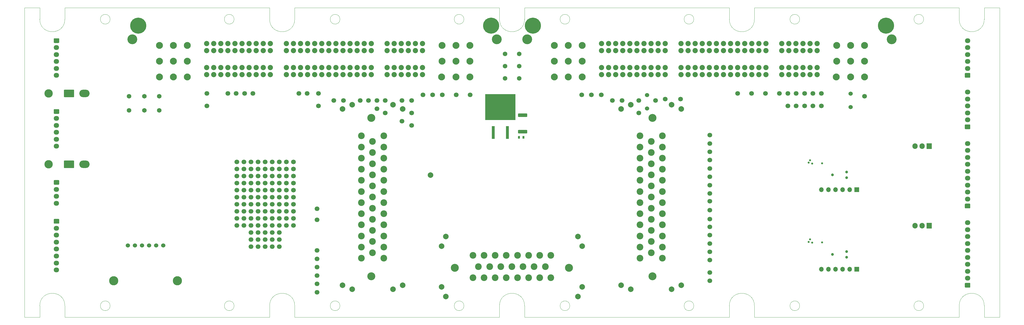
<source format=gbs>
G75*
G70*
%OFA0B0*%
%FSLAX25Y25*%
%IPPOS*%
%LPD*%
%AMOC8*
5,1,8,0,0,1.08239X$1,22.5*
%
%ADD15C,0.06693*%
%ADD16C,0.07874*%
%ADD18R,0.06693X0.06693*%
%ADD21R,0.04331X0.18110*%
%ADD27C,0.11811*%
%ADD29C,0.02913*%
%ADD34R,0.07500X0.07874*%
%ADD40C,0.02362*%
%ADD41C,0.06496*%
%ADD45C,0.09744*%
%ADD56O,0.07500X0.07874*%
%ADD58C,0.13000*%
%ADD59O,0.07677X0.06693*%
%ADD61C,0.13878*%
%ADD68O,0.14567X0.10630*%
%ADD71C,0.09449*%
%ADD79C,0.06000*%
%ADD84R,0.42520X0.37008*%
%ADD85C,0.22736*%
%ADD87C,0.00197*%
%ADD89O,0.06693X0.06693*%
%ADD90C,0.07382*%
%ADD93C,0.11220*%
%ADD97C,0.03900*%
X0000000Y0000000D02*
%LPD*%
G01*
D87*
X0671260Y0016142D02*
X0671260Y0000000D01*
X0021654Y0422047D02*
X0021654Y0438189D01*
X1356299Y0000000D02*
X1377953Y0000000D01*
X0346457Y0016142D02*
X0346457Y0000000D01*
X1095472Y0016142D02*
G75*
G03*
X1095472Y0016142I-006890J0000000D01*
G01*
X0021654Y0000000D02*
X0000000Y0000000D01*
X0346457Y0422047D02*
X0346457Y0438189D01*
X0770669Y0016142D02*
G75*
G03*
X0770669Y0016142I-006890J0000000D01*
G01*
X0671260Y0438189D02*
X0381890Y0438189D01*
X1320866Y0438189D02*
X1031496Y0438189D01*
X1031496Y0016142D02*
X1031496Y0000000D01*
X0381890Y0000000D02*
X0671260Y0000000D01*
X1320866Y0016142D02*
G75*
G02*
X1356299Y0016142I0017717J0000000D01*
G01*
X0996063Y0438189D02*
X0706693Y0438189D01*
X0621063Y0422047D02*
G75*
G03*
X0621063Y0422047I-006890J0000000D01*
G01*
X1356299Y0438189D02*
X1377953Y0438189D01*
X0121063Y0016142D02*
G75*
G03*
X0121063Y0016142I-006890J0000000D01*
G01*
X0706693Y0422047D02*
X0706693Y0438189D01*
X0381890Y0422047D02*
X0381890Y0438189D01*
X1377953Y0000000D02*
X1377953Y0438189D01*
X1356299Y0422047D02*
X1356299Y0438189D01*
X0021654Y0438189D02*
X0000000Y0438189D01*
X1320866Y0016142D02*
X1320866Y0000000D01*
X0996063Y0016142D02*
G75*
G02*
X1031496Y0016142I0017717J0000000D01*
G01*
X0296260Y0422047D02*
G75*
G03*
X0296260Y0422047I-006890J0000000D01*
G01*
X0057087Y0000000D02*
X0346457Y0000000D01*
X0021654Y0016142D02*
X0021654Y0000000D01*
X0445866Y0016142D02*
G75*
G03*
X0445866Y0016142I-006890J0000000D01*
G01*
X0996063Y0422047D02*
G75*
G03*
X1031496Y0422047I0017717J0000000D01*
G01*
X0671260Y0422047D02*
G75*
G03*
X0706693Y0422047I0017717J0000000D01*
G01*
X0057087Y0016142D02*
G75*
G03*
X0021654Y0016142I-017717J0000000D01*
G01*
X0945866Y0422047D02*
G75*
G03*
X0945866Y0422047I-006890J0000000D01*
G01*
X1031496Y0000000D02*
X1320866Y0000000D01*
X1320866Y0422047D02*
X1320866Y0438189D01*
X0671260Y0422047D02*
X0671260Y0438189D01*
X0381890Y0016142D02*
X0381890Y0000000D01*
X0346457Y0438189D02*
X0057087Y0438189D01*
X1031496Y0422047D02*
X1031496Y0438189D01*
X0000000Y0438189D02*
X0000000Y0000000D01*
X1270669Y0016142D02*
G75*
G03*
X1270669Y0016142I-006890J0000000D01*
G01*
X1356299Y0016142D02*
X1356299Y0000000D01*
X0706693Y0016142D02*
X0706693Y0000000D01*
X0381890Y0422047D02*
G75*
G02*
X0346457Y0422047I-017717J0000000D01*
G01*
X0121063Y0422047D02*
G75*
G03*
X0121063Y0422047I-006890J0000000D01*
G01*
X0445866Y0422047D02*
G75*
G03*
X0445866Y0422047I-006890J0000000D01*
G01*
X0996063Y0016142D02*
X0996063Y0000000D01*
X1270669Y0422047D02*
G75*
G03*
X1270669Y0422047I-006890J0000000D01*
G01*
X1320866Y0422047D02*
G75*
G03*
X1356299Y0422047I0017717J0000000D01*
G01*
X0057087Y0422047D02*
G75*
G02*
X0021654Y0422047I-017717J0000000D01*
G01*
X0770669Y0422047D02*
G75*
G03*
X0770669Y0422047I-006890J0000000D01*
G01*
X0706693Y0016142D02*
G75*
G03*
X0671260Y0016142I-017717J0000000D01*
G01*
X0996063Y0422047D02*
X0996063Y0438189D01*
X0057087Y0422047D02*
X0057087Y0438189D01*
X0296260Y0016142D02*
G75*
G03*
X0296260Y0016142I-006890J0000000D01*
G01*
X1095472Y0422047D02*
G75*
G03*
X1095472Y0422047I-006890J0000000D01*
G01*
X0706693Y0000000D02*
X0996063Y0000000D01*
X0621063Y0016142D02*
G75*
G03*
X0621063Y0016142I-006890J0000000D01*
G01*
X0381890Y0016142D02*
G75*
G03*
X0346457Y0016142I-017717J0000000D01*
G01*
X0057087Y0016142D02*
X0057087Y0000000D01*
X0945866Y0016142D02*
G75*
G03*
X0945866Y0016142I-006890J0000000D01*
G01*
D16*
X0573622Y0201181D03*
D15*
X0927165Y0309055D03*
D27*
X0034252Y0316929D03*
G36*
G01*
X0069291Y0311614D02*
X0056693Y0311614D01*
G75*
G02*
X0055709Y0312598I0000000J0000984D01*
G01*
X0055709Y0321260D01*
G75*
G02*
X0056693Y0322244I0000984J0000000D01*
G01*
X0069291Y0322244D01*
G75*
G02*
X0070276Y0321260I0000000J-000984D01*
G01*
X0070276Y0312598D01*
G75*
G02*
X0069291Y0311614I-000984J0000000D01*
G01*
G37*
D68*
X0084646Y0316929D03*
D15*
X0968504Y0092520D03*
X0547244Y0307087D03*
X0968504Y0222441D03*
X0968504Y0257874D03*
G36*
G01*
X1335531Y0266339D02*
X1329823Y0266339D01*
G75*
G02*
X1328839Y0267323I0000000J0000984D01*
G01*
X1328839Y0272047D01*
G75*
G02*
X1329823Y0273031I0000984J0000000D01*
G01*
X1335531Y0273031D01*
G75*
G02*
X1336516Y0272047I0000000J-000984D01*
G01*
X1336516Y0267323D01*
G75*
G02*
X1335531Y0266339I-000984J0000000D01*
G01*
G37*
D59*
X1332677Y0279528D03*
X1332677Y0289370D03*
X1332677Y0299213D03*
X1332677Y0309055D03*
X1332677Y0318898D03*
D18*
X1175984Y0180610D03*
D89*
X1165984Y0180610D03*
X1155984Y0180610D03*
X1145984Y0180610D03*
X1135984Y0180610D03*
X1125984Y0180610D03*
G36*
G01*
X0042421Y0194291D02*
X0048130Y0194291D01*
G75*
G02*
X0049114Y0193307I0000000J-000984D01*
G01*
X0049114Y0188583D01*
G75*
G02*
X0048130Y0187598I-000984J0000000D01*
G01*
X0042421Y0187598D01*
G75*
G02*
X0041437Y0188583I0000000J0000984D01*
G01*
X0041437Y0193307D01*
G75*
G02*
X0042421Y0194291I0000984J0000000D01*
G01*
G37*
D59*
X0045276Y0181102D03*
X0045276Y0171260D03*
X0045276Y0161417D03*
D15*
X0509843Y0307087D03*
X1090551Y0316929D03*
X0387795Y0316929D03*
G36*
G01*
X0042421Y0395079D02*
X0048130Y0395079D01*
G75*
G02*
X0049114Y0394094I0000000J-000984D01*
G01*
X0049114Y0389370D01*
G75*
G02*
X0048130Y0388386I-000984J0000000D01*
G01*
X0042421Y0388386D01*
G75*
G02*
X0041437Y0389370I0000000J0000984D01*
G01*
X0041437Y0394094D01*
G75*
G02*
X0042421Y0395079I0000984J0000000D01*
G01*
G37*
D59*
X0045276Y0381890D03*
X0045276Y0372047D03*
X0045276Y0362205D03*
X0045276Y0352362D03*
X0045276Y0342520D03*
D15*
X0905512Y0309055D03*
X0360000Y0180000D03*
X0360000Y0190000D03*
X0360000Y0200000D03*
X0360000Y0210000D03*
X0360000Y0220000D03*
X0370000Y0180000D03*
X0370000Y0190000D03*
X0370000Y0200000D03*
X0370000Y0210000D03*
X0370000Y0220000D03*
X0380000Y0180000D03*
X0380000Y0190000D03*
X0380000Y0200000D03*
X0380000Y0210000D03*
X0380000Y0220000D03*
X0330000Y0180000D03*
X0330000Y0190000D03*
X0330000Y0200000D03*
X0330000Y0210000D03*
X0330000Y0220000D03*
X0340000Y0180000D03*
X0340000Y0190000D03*
X0340000Y0200000D03*
X0340000Y0210000D03*
X0340000Y0220000D03*
X0350000Y0180000D03*
X0350000Y0190000D03*
X0350000Y0200000D03*
X0350000Y0210000D03*
X0350000Y0220000D03*
X0968504Y0175197D03*
X1102362Y0299213D03*
G36*
G01*
X0042421Y0139173D02*
X0048130Y0139173D01*
G75*
G02*
X0049114Y0138189I0000000J-000984D01*
G01*
X0049114Y0133465D01*
G75*
G02*
X0048130Y0132480I-000984J0000000D01*
G01*
X0042421Y0132480D01*
G75*
G02*
X0041437Y0133465I0000000J0000984D01*
G01*
X0041437Y0138189D01*
G75*
G02*
X0042421Y0139173I0000984J0000000D01*
G01*
G37*
D59*
X0045276Y0125984D03*
X0045276Y0116142D03*
X0045276Y0106299D03*
X0045276Y0096457D03*
X0045276Y0086614D03*
X0045276Y0076772D03*
X0045276Y0066929D03*
D40*
X1108097Y0218947D03*
X1110164Y0222392D03*
X1113117Y0217766D03*
X1127093Y0218061D03*
D15*
X0968504Y0116142D03*
X0399606Y0316929D03*
D41*
X0169291Y0312992D03*
X0169291Y0292992D03*
D15*
X0868110Y0289370D03*
X0486220Y0307087D03*
X0576772Y0314961D03*
X0360000Y0130000D03*
X0360000Y0140000D03*
X0360000Y0150000D03*
X0360000Y0160000D03*
X0360000Y0170000D03*
X0370000Y0130000D03*
X0370000Y0140000D03*
X0370000Y0150000D03*
X0370000Y0160000D03*
X0370000Y0170000D03*
X0380000Y0130000D03*
X0380000Y0140000D03*
X0380000Y0150000D03*
X0380000Y0160000D03*
X0380000Y0170000D03*
X0322835Y0316929D03*
X0300000Y0180000D03*
X0300000Y0190000D03*
X0300000Y0200000D03*
X0300000Y0210000D03*
X0300000Y0220000D03*
X0310000Y0180000D03*
X0310000Y0190000D03*
X0310000Y0200000D03*
X0310000Y0210000D03*
X0310000Y0220000D03*
X0320000Y0180000D03*
X0320000Y0190000D03*
X0320000Y0200000D03*
X0320000Y0210000D03*
X0320000Y0220000D03*
X0413386Y0094488D03*
X0801181Y0314961D03*
X0415354Y0316929D03*
X0413386Y0059055D03*
X0968504Y0246063D03*
X0498031Y0307087D03*
X0868110Y0307087D03*
X0968504Y0187008D03*
X0474409Y0307087D03*
X0968504Y0164173D03*
X1125984Y0299213D03*
X0547244Y0271654D03*
X0844488Y0307087D03*
X0610236Y0314961D03*
D41*
X0190551Y0312992D03*
X0190551Y0292992D03*
G36*
G01*
X1335531Y0041929D02*
X1329823Y0041929D01*
G75*
G02*
X1328839Y0042913I0000000J0000984D01*
G01*
X1328839Y0047638D01*
G75*
G02*
X1329823Y0048622I0000984J0000000D01*
G01*
X1335531Y0048622D01*
G75*
G02*
X1336516Y0047638I0000000J-000984D01*
G01*
X1336516Y0042913D01*
G75*
G02*
X1335531Y0041929I-000984J0000000D01*
G01*
G37*
D59*
X1332677Y0055118D03*
X1332677Y0064961D03*
X1332677Y0074803D03*
X1332677Y0084646D03*
X1332677Y0094488D03*
X1332677Y0104331D03*
X1332677Y0114173D03*
X1332677Y0124016D03*
X1332677Y0133858D03*
D15*
X0968504Y0234252D03*
X0968504Y0051575D03*
X1047244Y0316929D03*
D41*
X0698976Y0372835D03*
X0678976Y0372835D03*
D15*
X0968504Y0127953D03*
D45*
X0629331Y0385098D03*
X0609646Y0385098D03*
X0589961Y0385098D03*
X0629331Y0362657D03*
X0609646Y0362657D03*
X0589961Y0362657D03*
X0629331Y0340217D03*
X0609646Y0340217D03*
X0589331Y0340217D03*
D90*
X0562402Y0387461D03*
X0552402Y0387461D03*
X0542402Y0387461D03*
X0532402Y0387461D03*
X0522402Y0387461D03*
X0512402Y0387461D03*
X0562402Y0377461D03*
X0552402Y0377461D03*
X0542402Y0377461D03*
X0532402Y0377461D03*
X0522402Y0377461D03*
X0512402Y0377461D03*
X0562402Y0353642D03*
X0552402Y0353642D03*
X0542402Y0353642D03*
X0532402Y0353642D03*
X0522402Y0353642D03*
X0512402Y0353642D03*
X0562402Y0343642D03*
X0552402Y0343642D03*
X0542402Y0343642D03*
X0532402Y0343642D03*
X0522402Y0343642D03*
X0512402Y0343642D03*
X0489961Y0387461D03*
X0479961Y0387461D03*
X0469961Y0387461D03*
X0459961Y0387461D03*
X0449961Y0387461D03*
X0439961Y0387461D03*
X0429961Y0387461D03*
X0419961Y0387461D03*
X0409961Y0387461D03*
X0399961Y0387461D03*
X0389961Y0387461D03*
X0379961Y0387461D03*
X0369961Y0387461D03*
X0489961Y0377461D03*
X0479961Y0377461D03*
X0469961Y0377461D03*
X0459961Y0377461D03*
X0449961Y0377461D03*
X0439961Y0377461D03*
X0429961Y0377461D03*
X0419961Y0377461D03*
X0409961Y0377461D03*
X0399961Y0377461D03*
X0389961Y0377461D03*
X0379961Y0377461D03*
X0369961Y0377461D03*
X0489961Y0353642D03*
X0479961Y0353642D03*
X0469961Y0353642D03*
X0459961Y0353642D03*
X0449961Y0353642D03*
X0439961Y0353642D03*
X0429961Y0353642D03*
X0419961Y0353642D03*
X0409961Y0353642D03*
X0399961Y0353642D03*
X0389961Y0353642D03*
X0379961Y0353642D03*
X0369961Y0353642D03*
X0489961Y0343642D03*
X0479961Y0343642D03*
X0469961Y0343642D03*
X0459961Y0343642D03*
X0449961Y0343642D03*
X0439961Y0343642D03*
X0429961Y0343642D03*
X0419961Y0343642D03*
X0409961Y0343642D03*
X0399961Y0343642D03*
X0389961Y0343642D03*
X0379961Y0343642D03*
X0369961Y0343642D03*
X0347441Y0387461D03*
X0337441Y0387461D03*
X0327441Y0387461D03*
X0317441Y0387461D03*
X0307441Y0387461D03*
X0297441Y0387461D03*
X0287441Y0387461D03*
X0277441Y0387461D03*
X0267441Y0387461D03*
X0257441Y0387461D03*
X0347441Y0377461D03*
X0337441Y0377461D03*
X0327441Y0377461D03*
X0317441Y0377461D03*
X0307441Y0377461D03*
X0297441Y0377461D03*
X0287441Y0377461D03*
X0277441Y0377461D03*
X0267441Y0377461D03*
X0257441Y0377461D03*
X0347441Y0353642D03*
X0337441Y0353642D03*
X0327441Y0353642D03*
X0317441Y0353642D03*
X0307441Y0353642D03*
X0297441Y0353642D03*
X0287441Y0353642D03*
X0277441Y0353642D03*
X0267441Y0353642D03*
X0257441Y0353642D03*
X0347441Y0343642D03*
X0337441Y0343642D03*
X0327441Y0343642D03*
X0317441Y0343642D03*
X0307441Y0343642D03*
X0297441Y0343642D03*
X0287441Y0343642D03*
X0277441Y0343642D03*
X0267441Y0343642D03*
X0257441Y0343642D03*
D45*
X0230118Y0385098D03*
X0210433Y0385098D03*
X0190748Y0385098D03*
X0230118Y0362657D03*
X0210433Y0362657D03*
X0190748Y0362657D03*
X0230118Y0340217D03*
X0210433Y0340217D03*
X0190748Y0340217D03*
D61*
X0667520Y0393760D03*
X0152559Y0393760D03*
D85*
X0659449Y0413051D03*
X0160630Y0413051D03*
D15*
X0968504Y0104331D03*
X0415354Y0299213D03*
D18*
X1175984Y0067913D03*
D89*
X1165984Y0067913D03*
X1155984Y0067913D03*
X1145984Y0067913D03*
X1135984Y0067913D03*
X1125984Y0067913D03*
D15*
X0413386Y0070866D03*
X1125984Y0316929D03*
D41*
X0147638Y0312992D03*
X0147638Y0292992D03*
D15*
X1027559Y0316929D03*
X0968504Y0063386D03*
X1066929Y0316929D03*
X0450787Y0307087D03*
D40*
X1108097Y0106742D03*
X1110164Y0110187D03*
X1113117Y0105561D03*
X1127093Y0105856D03*
D27*
X0034252Y0216535D03*
G36*
G01*
X0069291Y0211220D02*
X0056693Y0211220D01*
G75*
G02*
X0055709Y0212205I0000000J0000984D01*
G01*
X0055709Y0220866D01*
G75*
G02*
X0056693Y0221850I0000984J0000000D01*
G01*
X0069291Y0221850D01*
G75*
G02*
X0070276Y0220866I0000000J-000984D01*
G01*
X0070276Y0212205D01*
G75*
G02*
X0069291Y0211220I-000984J0000000D01*
G01*
G37*
D68*
X0084646Y0216535D03*
D15*
X0498031Y0295276D03*
X0509843Y0289370D03*
X1114173Y0316929D03*
X0547244Y0289370D03*
D79*
X0879921Y0314764D03*
X0879921Y0295472D03*
D15*
X0299213Y0316929D03*
X0413386Y0035433D03*
G36*
G01*
X1335531Y0339173D02*
X1329823Y0339173D01*
G75*
G02*
X1328839Y0340157I0000000J0000984D01*
G01*
X1328839Y0344882D01*
G75*
G02*
X1329823Y0345866I0000984J0000000D01*
G01*
X1335531Y0345866D01*
G75*
G02*
X1336516Y0344882I0000000J-000984D01*
G01*
X1336516Y0340157D01*
G75*
G02*
X1335531Y0339173I-000984J0000000D01*
G01*
G37*
D59*
X1332677Y0352362D03*
X1332677Y0362205D03*
X1332677Y0372047D03*
X1332677Y0381890D03*
X1332677Y0391732D03*
D15*
X0437008Y0307087D03*
X0787402Y0314961D03*
D93*
X0489961Y0282382D03*
D16*
X0843110Y0045374D03*
X0782087Y0114272D03*
X0595472Y0029232D03*
D93*
X0769488Y0069783D03*
D16*
X0782087Y0029232D03*
X0589567Y0100492D03*
X0928150Y0045374D03*
D93*
X0887598Y0057972D03*
D16*
X0534449Y0294980D03*
X0520669Y0039469D03*
X0463189Y0039469D03*
X0856890Y0300886D03*
D93*
X0489961Y0057972D03*
D16*
X0595472Y0114272D03*
D93*
X0608071Y0069783D03*
D16*
X0589567Y0043012D03*
X0914370Y0039469D03*
X0787992Y0043012D03*
X0534449Y0045374D03*
X0520669Y0300886D03*
X0463189Y0300886D03*
X0449409Y0045374D03*
X0449409Y0294980D03*
D93*
X0887598Y0282382D03*
D16*
X0914370Y0300886D03*
X0843110Y0294980D03*
X0928150Y0294980D03*
X0856890Y0039469D03*
X0787992Y0100492D03*
D71*
X0901378Y0083563D03*
X0901378Y0099311D03*
X0901378Y0115059D03*
X0901378Y0130807D03*
X0901378Y0146555D03*
X0901378Y0162303D03*
X0901378Y0178051D03*
X0901378Y0193799D03*
X0901378Y0209547D03*
X0901378Y0225295D03*
X0901378Y0241043D03*
X0901378Y0256791D03*
X0885630Y0091437D03*
X0885630Y0107185D03*
X0885630Y0122933D03*
X0885630Y0138681D03*
X0885630Y0154429D03*
X0885630Y0170177D03*
X0885630Y0185925D03*
X0885630Y0201673D03*
X0885630Y0217421D03*
X0885630Y0233169D03*
X0885630Y0248917D03*
X0869882Y0083563D03*
X0869882Y0099311D03*
X0869882Y0115059D03*
X0869882Y0130807D03*
X0869882Y0146555D03*
X0869882Y0162303D03*
X0869882Y0178051D03*
X0869882Y0193799D03*
X0869882Y0209547D03*
X0869882Y0225295D03*
X0869882Y0241043D03*
X0869882Y0256791D03*
X0633661Y0056004D03*
X0649409Y0056004D03*
X0665157Y0056004D03*
X0680906Y0056004D03*
X0696654Y0056004D03*
X0712402Y0056004D03*
X0728150Y0056004D03*
X0743898Y0056004D03*
X0641535Y0071752D03*
X0657283Y0071752D03*
X0673032Y0071752D03*
X0688780Y0071752D03*
X0704528Y0071752D03*
X0720276Y0071752D03*
X0736024Y0071752D03*
X0633661Y0087500D03*
X0649409Y0087500D03*
X0665157Y0087500D03*
X0680906Y0087500D03*
X0696654Y0087500D03*
X0712402Y0087500D03*
X0728150Y0087500D03*
X0743898Y0087500D03*
X0476181Y0256791D03*
X0476181Y0241043D03*
X0476181Y0225295D03*
X0476181Y0209547D03*
X0476181Y0193799D03*
X0476181Y0178051D03*
X0476181Y0162303D03*
X0476181Y0146555D03*
X0476181Y0130807D03*
X0476181Y0115059D03*
X0476181Y0099311D03*
X0476181Y0083563D03*
X0491929Y0248917D03*
X0491929Y0233169D03*
X0491929Y0217421D03*
X0491929Y0201673D03*
X0491929Y0185925D03*
X0491929Y0170177D03*
X0491929Y0154429D03*
X0491929Y0138681D03*
X0491929Y0122933D03*
X0491929Y0107185D03*
X0491929Y0091437D03*
X0507677Y0256791D03*
X0507677Y0241043D03*
X0507677Y0225295D03*
X0507677Y0209547D03*
X0507677Y0193799D03*
X0507677Y0178051D03*
X0507677Y0162303D03*
X0507677Y0146555D03*
X0507677Y0130807D03*
X0507677Y0115059D03*
X0507677Y0099311D03*
X0507677Y0083563D03*
D15*
X0533465Y0307087D03*
X0360000Y0100000D03*
X0350000Y0100000D03*
X0340000Y0100000D03*
X0330000Y0100000D03*
X0320000Y0100000D03*
X0360000Y0110000D03*
X0350000Y0110000D03*
X0340000Y0110000D03*
X0330000Y0110000D03*
X0320000Y0110000D03*
X0360000Y0120000D03*
X0350000Y0120000D03*
X0340000Y0120000D03*
X0330000Y0120000D03*
X0320000Y0120000D03*
G36*
G01*
X0042421Y0294685D02*
X0048130Y0294685D01*
G75*
G02*
X0049114Y0293701I0000000J-000984D01*
G01*
X0049114Y0288976D01*
G75*
G02*
X0048130Y0287992I-000984J0000000D01*
G01*
X0042421Y0287992D01*
G75*
G02*
X0041437Y0288976I0000000J0000984D01*
G01*
X0041437Y0293701D01*
G75*
G02*
X0042421Y0294685I0000984J0000000D01*
G01*
G37*
D59*
X0045276Y0281496D03*
X0045276Y0271654D03*
X0045276Y0261811D03*
X0045276Y0251969D03*
X0045276Y0242126D03*
G36*
G01*
X1335531Y0154134D02*
X1329823Y0154134D01*
G75*
G02*
X1328839Y0155118I0000000J0000984D01*
G01*
X1328839Y0159843D01*
G75*
G02*
X1329823Y0160827I0000984J0000000D01*
G01*
X1335531Y0160827D01*
G75*
G02*
X1336516Y0159843I0000000J-000984D01*
G01*
X1336516Y0155118D01*
G75*
G02*
X1335531Y0154134I-000984J0000000D01*
G01*
G37*
X1332677Y0167323D03*
X1332677Y0177165D03*
X1332677Y0187008D03*
X1332677Y0196850D03*
X1332677Y0206693D03*
X1332677Y0216535D03*
X1332677Y0226378D03*
X1332677Y0236220D03*
X1332677Y0246063D03*
D79*
X1167323Y0316732D03*
X1167323Y0297441D03*
D15*
X0413386Y0153543D03*
X0891732Y0307087D03*
X0413386Y0137795D03*
X1007874Y0316929D03*
X0968504Y0138976D03*
X1078740Y0299213D03*
D41*
X0698976Y0338189D03*
X0678976Y0338189D03*
D15*
X0257874Y0316929D03*
X0413386Y0082677D03*
D41*
X0698976Y0355512D03*
X0678976Y0355512D03*
D15*
X0300000Y0130000D03*
X0300000Y0140000D03*
X0300000Y0150000D03*
X0300000Y0160000D03*
X0300000Y0170000D03*
X0310000Y0130000D03*
X0310000Y0140000D03*
X0310000Y0150000D03*
X0310000Y0160000D03*
X0310000Y0170000D03*
X0320000Y0130000D03*
X0320000Y0140000D03*
X0320000Y0150000D03*
X0320000Y0160000D03*
X0320000Y0170000D03*
X1078740Y0316929D03*
X1102362Y0316929D03*
X0968504Y0081102D03*
X0968504Y0151575D03*
D58*
X0126260Y0051577D03*
X0216260Y0051577D03*
D79*
X0196260Y0101577D03*
X0186260Y0101577D03*
X0176260Y0101577D03*
X0166260Y0101577D03*
X0156260Y0101577D03*
X0146260Y0101577D03*
D15*
X0968504Y0210630D03*
D45*
X1187205Y0385098D03*
X1167520Y0385098D03*
X1147835Y0385098D03*
X1187205Y0362657D03*
X1167520Y0362657D03*
X1147835Y0362657D03*
X1187205Y0340217D03*
X1167520Y0340217D03*
X1147205Y0340217D03*
D90*
X1120276Y0387461D03*
X1110276Y0387461D03*
X1100276Y0387461D03*
X1090276Y0387461D03*
X1080276Y0387461D03*
X1070276Y0387461D03*
X1120276Y0377461D03*
X1110276Y0377461D03*
X1100276Y0377461D03*
X1090276Y0377461D03*
X1080276Y0377461D03*
X1070276Y0377461D03*
X1120276Y0353642D03*
X1110276Y0353642D03*
X1100276Y0353642D03*
X1090276Y0353642D03*
X1080276Y0353642D03*
X1070276Y0353642D03*
X1120276Y0343642D03*
X1110276Y0343642D03*
X1100276Y0343642D03*
X1090276Y0343642D03*
X1080276Y0343642D03*
X1070276Y0343642D03*
X1047835Y0387461D03*
X1037835Y0387461D03*
X1027835Y0387461D03*
X1017835Y0387461D03*
X1007835Y0387461D03*
X0997835Y0387461D03*
X0987835Y0387461D03*
X0977835Y0387461D03*
X0967835Y0387461D03*
X0957835Y0387461D03*
X0947835Y0387461D03*
X0937835Y0387461D03*
X0927835Y0387461D03*
X1047835Y0377461D03*
X1037835Y0377461D03*
X1027835Y0377461D03*
X1017835Y0377461D03*
X1007835Y0377461D03*
X0997835Y0377461D03*
X0987835Y0377461D03*
X0977835Y0377461D03*
X0967835Y0377461D03*
X0957835Y0377461D03*
X0947835Y0377461D03*
X0937835Y0377461D03*
X0927835Y0377461D03*
X1047835Y0353642D03*
X1037835Y0353642D03*
X1027835Y0353642D03*
X1017835Y0353642D03*
X1007835Y0353642D03*
X0997835Y0353642D03*
X0987835Y0353642D03*
X0977835Y0353642D03*
X0967835Y0353642D03*
X0957835Y0353642D03*
X0947835Y0353642D03*
X0937835Y0353642D03*
X0927835Y0353642D03*
X1047835Y0343642D03*
X1037835Y0343642D03*
X1027835Y0343642D03*
X1017835Y0343642D03*
X1007835Y0343642D03*
X0997835Y0343642D03*
X0987835Y0343642D03*
X0977835Y0343642D03*
X0967835Y0343642D03*
X0957835Y0343642D03*
X0947835Y0343642D03*
X0937835Y0343642D03*
X0927835Y0343642D03*
X0905315Y0387461D03*
X0895315Y0387461D03*
X0885315Y0387461D03*
X0875315Y0387461D03*
X0865315Y0387461D03*
X0855315Y0387461D03*
X0845315Y0387461D03*
X0835315Y0387461D03*
X0825315Y0387461D03*
X0815315Y0387461D03*
X0905315Y0377461D03*
X0895315Y0377461D03*
X0885315Y0377461D03*
X0875315Y0377461D03*
X0865315Y0377461D03*
X0855315Y0377461D03*
X0845315Y0377461D03*
X0835315Y0377461D03*
X0825315Y0377461D03*
X0815315Y0377461D03*
X0905315Y0353642D03*
X0895315Y0353642D03*
X0885315Y0353642D03*
X0875315Y0353642D03*
X0865315Y0353642D03*
X0855315Y0353642D03*
X0845315Y0353642D03*
X0835315Y0353642D03*
X0825315Y0353642D03*
X0815315Y0353642D03*
X0905315Y0343642D03*
X0895315Y0343642D03*
X0885315Y0343642D03*
X0875315Y0343642D03*
X0865315Y0343642D03*
X0855315Y0343642D03*
X0845315Y0343642D03*
X0835315Y0343642D03*
X0825315Y0343642D03*
X0815315Y0343642D03*
D45*
X0787992Y0385098D03*
X0768307Y0385098D03*
X0748622Y0385098D03*
X0787992Y0362657D03*
X0768307Y0362657D03*
X0748622Y0362657D03*
X0787992Y0340217D03*
X0768307Y0340217D03*
X0748622Y0340217D03*
D61*
X1225394Y0393760D03*
X0710433Y0393760D03*
D85*
X1217323Y0413051D03*
X0718504Y0413051D03*
D15*
X0814961Y0314961D03*
X0562992Y0314961D03*
X0311024Y0316929D03*
X1090551Y0299213D03*
X0830709Y0307087D03*
X0257874Y0299213D03*
X0533465Y0277559D03*
X0629921Y0314961D03*
X0968504Y0198819D03*
X0330000Y0130000D03*
X0330000Y0140000D03*
X0330000Y0150000D03*
X0330000Y0160000D03*
X0330000Y0170000D03*
X0340000Y0130000D03*
X0340000Y0140000D03*
X0340000Y0150000D03*
X0340000Y0160000D03*
X0340000Y0170000D03*
X0350000Y0130000D03*
X0350000Y0140000D03*
X0350000Y0150000D03*
X0350000Y0160000D03*
X0350000Y0170000D03*
X0413386Y0047244D03*
X0590551Y0314961D03*
X1187008Y0312992D03*
X1114173Y0299213D03*
X0287402Y0316929D03*
D21*
X0682461Y0261516D03*
D84*
X0672461Y0297539D03*
D21*
X0662461Y0261516D03*
G36*
G01*
X0709567Y0260335D02*
X0698346Y0260335D01*
G75*
G02*
X0697362Y0261319I0000000J0000984D01*
G01*
X0697362Y0264173D01*
G75*
G02*
X0698346Y0265157I0000984J0000000D01*
G01*
X0709567Y0265157D01*
G75*
G02*
X0710551Y0264173I0000000J-000984D01*
G01*
X0710551Y0261319D01*
G75*
G02*
X0709567Y0260335I-000984J0000000D01*
G01*
G37*
G36*
G01*
X0709567Y0283661D02*
X0698346Y0283661D01*
G75*
G02*
X0697362Y0284646I0000000J0000984D01*
G01*
X0697362Y0287500D01*
G75*
G02*
X0698346Y0288484I0000984J0000000D01*
G01*
X0709567Y0288484D01*
G75*
G02*
X0710551Y0287500I0000000J-000984D01*
G01*
X0710551Y0284646D01*
G75*
G02*
X0709567Y0283661I-000984J0000000D01*
G01*
G37*
G36*
G01*
X0697461Y0253189D02*
X0697461Y0256260D01*
G75*
G02*
X0697736Y0256535I0000276J0000000D01*
G01*
X0699941Y0256535D01*
G75*
G02*
X0700217Y0256260I0000000J-000276D01*
G01*
X0700217Y0253189D01*
G75*
G02*
X0699941Y0252913I-000276J0000000D01*
G01*
X0697736Y0252913D01*
G75*
G02*
X0697461Y0253189I0000000J0000276D01*
G01*
G37*
G36*
G01*
X0703760Y0253189D02*
X0703760Y0256260D01*
G75*
G02*
X0704035Y0256535I0000276J0000000D01*
G01*
X0706240Y0256535D01*
G75*
G02*
X0706516Y0256260I0000000J-000276D01*
G01*
X0706516Y0253189D01*
G75*
G02*
X0706240Y0252913I-000276J0000000D01*
G01*
X0704035Y0252913D01*
G75*
G02*
X0703760Y0253189I0000000J0000276D01*
G01*
G37*
X1137598Y0078051D02*
%LPD*%
G01*
D34*
X1278307Y0129626D03*
D56*
X1268307Y0129626D03*
X1258307Y0129626D03*
D97*
X1141771Y0088878D03*
X1161771Y0084878D03*
X1161771Y0092878D03*
X1102684Y0249262D02*
G01*
G75*
D29*
X1127093Y0218061D02*
D03*
X1113117Y0217766D02*
D03*
X1108097Y0218947D02*
D03*
X1110164Y0222392D02*
D03*
X1137598Y0190748D02*
%LPD*%
G01*
D34*
X1278307Y0242323D03*
D56*
X1268307Y0242323D03*
X1258307Y0242323D03*
D97*
X1141771Y0201575D03*
X1161771Y0197575D03*
X1161771Y0205575D03*
X1102684Y0137057D02*
G01*
G75*
D29*
X1127093Y0105856D02*
D03*
X1113117Y0105561D02*
D03*
X1108097Y0106742D02*
D03*
X1110164Y0110187D02*
D03*
M02*

</source>
